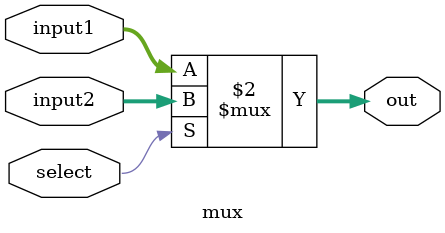
<source format=v>
module mux #(parameter BIT_LEN = 16)
(
    input  [BIT_LEN-1:0] input1,
    input  [BIT_LEN-1:0] input2,
    input                select,
    output [BIT_LEN-1:0] out
);
    assign out = (select == 0) ? input1 : input2;
endmodule
</source>
